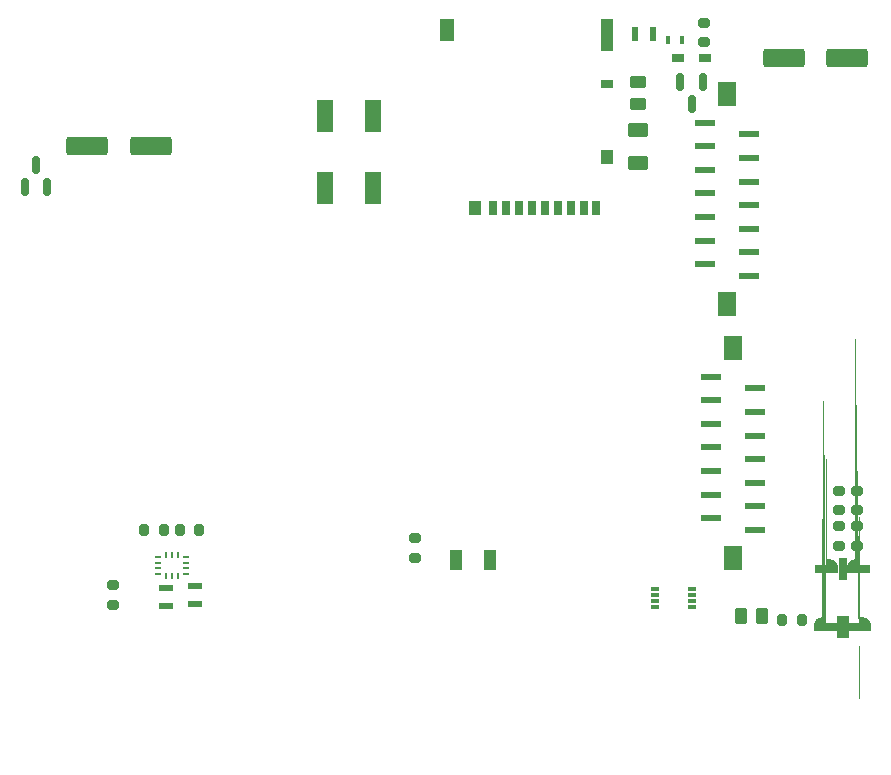
<source format=gbr>
%TF.GenerationSoftware,KiCad,Pcbnew,(6.0.10)*%
%TF.CreationDate,2023-02-15T00:38:02+01:00*%
%TF.ProjectId,Axe_lin_aire,4178655f-6c69-46ee-9961-6972652e6b69,rev?*%
%TF.SameCoordinates,Original*%
%TF.FileFunction,Paste,Top*%
%TF.FilePolarity,Positive*%
%FSLAX46Y46*%
G04 Gerber Fmt 4.6, Leading zero omitted, Abs format (unit mm)*
G04 Created by KiCad (PCBNEW (6.0.10)) date 2023-02-15 00:38:02*
%MOMM*%
%LPD*%
G01*
G04 APERTURE LIST*
G04 Aperture macros list*
%AMRoundRect*
0 Rectangle with rounded corners*
0 $1 Rounding radius*
0 $2 $3 $4 $5 $6 $7 $8 $9 X,Y pos of 4 corners*
0 Add a 4 corners polygon primitive as box body*
4,1,4,$2,$3,$4,$5,$6,$7,$8,$9,$2,$3,0*
0 Add four circle primitives for the rounded corners*
1,1,$1+$1,$2,$3*
1,1,$1+$1,$4,$5*
1,1,$1+$1,$6,$7*
1,1,$1+$1,$8,$9*
0 Add four rect primitives between the rounded corners*
20,1,$1+$1,$2,$3,$4,$5,0*
20,1,$1+$1,$4,$5,$6,$7,0*
20,1,$1+$1,$6,$7,$8,$9,0*
20,1,$1+$1,$8,$9,$2,$3,0*%
%AMFreePoly0*
4,1,53,-0.099833,0.852494,-0.099048,0.852106,-0.098232,0.851768,-0.098198,0.851685,-0.098118,0.851646,-0.097838,0.850816,-0.097500,0.850000,-0.097500,0.350000,0.950000,0.350000,0.950000,-0.350000,-0.946033,-0.350000,-0.948424,-0.351941,-0.948767,-0.352043,-0.949015,-0.352297,-0.949646,-0.352305,-0.950258,-0.352487,-0.950573,-0.352317,-0.950929,-0.352321,-0.951382,-0.351879,-0.951941,-0.351576,
-0.952043,-0.351233,-0.952298,-0.350984,-0.987367,-0.269161,-0.987370,-0.268922,-0.987508,-0.268726,-1.026602,-0.095087,-1.026556,-0.094819,-1.026663,-0.094568,-1.028802,0.083403,-1.028700,0.083657,-1.028753,0.083923,-0.993844,0.258450,-0.993693,0.258676,-0.993689,0.258949,-0.923255,0.422405,-0.923060,0.422595,-0.922999,0.422861,-0.820121,0.568100,-0.819891,0.568245,-0.819776,0.568493,
-0.688950,0.689169,-0.688695,0.689263,-0.688531,0.689482,-0.535473,0.780321,-0.535203,0.780360,-0.534998,0.780539,-0.366398,0.837571,-0.366126,0.837553,-0.365888,0.837686,-0.189116,0.858417,-0.188884,0.858351,-0.188657,0.858428,-0.099833,0.852494,-0.099833,0.852494,$1*%
%AMFreePoly1*
4,1,53,0.188884,0.858352,0.189115,0.858417,0.365888,0.837686,0.366126,0.837553,0.366398,0.837571,0.534998,0.780539,0.535203,0.780360,0.535473,0.780321,0.688531,0.689482,0.688694,0.689264,0.688950,0.689170,0.819776,0.568493,0.819891,0.568245,0.820121,0.568100,0.922999,0.422861,0.923060,0.422595,0.923255,0.422405,0.993689,0.258950,0.993693,0.258676,0.993844,0.258450,
1.028753,0.083923,1.028700,0.083657,1.028802,0.083403,1.026663,-0.094568,1.026556,-0.094819,1.026602,-0.095087,0.987508,-0.268725,0.987370,-0.268921,0.987367,-0.269161,0.952298,-0.350985,0.952043,-0.351234,0.951941,-0.351576,0.951384,-0.351877,0.950929,-0.352322,0.950571,-0.352318,0.950258,-0.352487,0.949650,-0.352306,0.949015,-0.352298,0.948766,-0.352043,0.948424,-0.351941,
0.946033,-0.350000,-0.950000,-0.350000,-0.950000,0.350000,0.097500,0.350000,0.097500,0.850000,0.097838,0.850816,0.098118,0.851646,0.098198,0.851685,0.098232,0.851768,0.099048,0.852106,0.099833,0.852494,0.188657,0.858428,0.188884,0.858352,0.188884,0.858352,$1*%
G04 Aperture macros list end*
%ADD10R,1.250000X0.500000*%
%ADD11R,0.800000X0.300000*%
%ADD12RoundRect,0.200000X-0.275000X0.200000X-0.275000X-0.200000X0.275000X-0.200000X0.275000X0.200000X0*%
%ADD13RoundRect,0.200000X-0.200000X-0.275000X0.200000X-0.275000X0.200000X0.275000X-0.200000X0.275000X0*%
%ADD14RoundRect,0.200000X0.275000X-0.200000X0.275000X0.200000X-0.275000X0.200000X-0.275000X-0.200000X0*%
%ADD15R,1.400000X2.750000*%
%ADD16R,1.600000X2.000000*%
%ADD17R,1.750000X0.500000*%
%ADD18R,0.475000X0.250000*%
%ADD19R,0.250000X0.475000*%
%ADD20RoundRect,0.250000X-0.262500X-0.450000X0.262500X-0.450000X0.262500X0.450000X-0.262500X0.450000X0*%
%ADD21RoundRect,0.250000X0.450000X-0.262500X0.450000X0.262500X-0.450000X0.262500X-0.450000X-0.262500X0*%
%ADD22FreePoly0,90.000000*%
%ADD23R,1.000000X1.900000*%
%ADD24FreePoly1,270.000000*%
%ADD25FreePoly1,90.000000*%
%ADD26R,0.700000X1.900000*%
%ADD27FreePoly0,270.000000*%
%ADD28RoundRect,0.250000X-0.625000X0.375000X-0.625000X-0.375000X0.625000X-0.375000X0.625000X0.375000X0*%
%ADD29R,0.700000X1.200000*%
%ADD30R,1.000000X0.800000*%
%ADD31R,1.300000X1.900000*%
%ADD32R,1.000000X1.200000*%
%ADD33R,1.000000X2.800000*%
%ADD34R,1.050000X1.700000*%
%ADD35R,0.400000X0.800000*%
%ADD36RoundRect,0.150000X0.150000X-0.587500X0.150000X0.587500X-0.150000X0.587500X-0.150000X-0.587500X0*%
%ADD37RoundRect,0.250000X-1.500000X-0.550000X1.500000X-0.550000X1.500000X0.550000X-1.500000X0.550000X0*%
%ADD38RoundRect,0.150000X-0.150000X0.587500X-0.150000X-0.587500X0.150000X-0.587500X0.150000X0.587500X0*%
%ADD39R,0.500000X1.250000*%
%ADD40R,1.000000X0.750000*%
G04 APERTURE END LIST*
D10*
%TO.C,C2*%
X116500000Y-105750000D03*
X116500000Y-107250000D03*
%TD*%
%TO.C,C1*%
X114000000Y-105900000D03*
X114000000Y-107400000D03*
%TD*%
D11*
%TO.C,U4*%
X155450000Y-106000000D03*
X155450000Y-106500000D03*
X155450000Y-107000000D03*
X155450000Y-107500000D03*
X158550000Y-107500000D03*
X158550000Y-107000000D03*
X158550000Y-106500000D03*
X158550000Y-106000000D03*
%TD*%
D12*
%TO.C,R11*%
X171000000Y-97675000D03*
X171000000Y-99325000D03*
%TD*%
D13*
%TO.C,R6*%
X112175000Y-101000000D03*
X113825000Y-101000000D03*
%TD*%
D14*
%TO.C,R2*%
X159562742Y-59712500D03*
X159562742Y-58062500D03*
%TD*%
D15*
%TO.C,SW1*%
X127500000Y-72025000D03*
X127500000Y-65975000D03*
X131500000Y-72025000D03*
X131500000Y-65975000D03*
%TD*%
D16*
%TO.C,J2*%
X162000000Y-85600000D03*
X162000000Y-103400000D03*
D17*
X163875000Y-101000000D03*
X160125000Y-100000000D03*
X163875000Y-99000000D03*
X160125000Y-98000000D03*
X163875000Y-97000000D03*
X160125000Y-96000000D03*
X163875000Y-95000000D03*
X160125000Y-94000000D03*
X163875000Y-93000000D03*
X160125000Y-92000000D03*
X163875000Y-91000000D03*
X160125000Y-90000000D03*
X163875000Y-89000000D03*
X160125000Y-88000000D03*
%TD*%
D18*
%TO.C,U2*%
X113337500Y-103250000D03*
X113337500Y-103750000D03*
X113337500Y-104250000D03*
X113337500Y-104750000D03*
D19*
X114000000Y-104912500D03*
X114500000Y-104912500D03*
X115000000Y-104912500D03*
D18*
X115662500Y-104750000D03*
X115662500Y-104250000D03*
X115662500Y-103750000D03*
X115662500Y-103250000D03*
D19*
X115000000Y-103087500D03*
X114500000Y-103087500D03*
X114000000Y-103087500D03*
%TD*%
D20*
%TO.C,R12*%
X162675000Y-108250000D03*
X164500000Y-108250000D03*
%TD*%
D14*
%TO.C,R5*%
X171000000Y-102325000D03*
X171000000Y-100675000D03*
%TD*%
D21*
%TO.C,R9*%
X154000000Y-64912500D03*
X154000000Y-63087500D03*
%TD*%
D22*
%TO.C,U3*%
X169900000Y-109200000D03*
D23*
X171300000Y-109200000D03*
D24*
X172700000Y-109200000D03*
D25*
X169900000Y-104300000D03*
D26*
X171300000Y-104300000D03*
D27*
X172700000Y-104300000D03*
%TD*%
D28*
%TO.C,D3*%
X154000000Y-67100000D03*
X154000000Y-69900000D03*
%TD*%
D29*
%TO.C,J3*%
X141725000Y-73725000D03*
X142825000Y-73725000D03*
X143925000Y-73725000D03*
X145025000Y-73725000D03*
X146125000Y-73725000D03*
X147225000Y-73725000D03*
X148325000Y-73725000D03*
X149425000Y-73725000D03*
X150375000Y-73725000D03*
D30*
X151325000Y-63225000D03*
D31*
X137825000Y-58625000D03*
D32*
X140175000Y-73725000D03*
D33*
X151325000Y-59075000D03*
D32*
X151325000Y-69425000D03*
%TD*%
D14*
%TO.C,R10*%
X172500000Y-99325000D03*
X172500000Y-97675000D03*
%TD*%
D34*
%TO.C,D2*%
X141455000Y-103500000D03*
X138545000Y-103500000D03*
%TD*%
D13*
%TO.C,R3*%
X166175000Y-108587500D03*
X167825000Y-108587500D03*
%TD*%
D14*
%TO.C,R1*%
X109500000Y-107325000D03*
X109500000Y-105675000D03*
%TD*%
%TO.C,R4*%
X172500000Y-102325000D03*
X172500000Y-100675000D03*
%TD*%
D35*
%TO.C,FB1*%
X156500000Y-59500000D03*
X157700000Y-59500000D03*
%TD*%
D14*
%TO.C,R8*%
X135065000Y-103325000D03*
X135065000Y-101675000D03*
%TD*%
D36*
%TO.C,Q1*%
X102050000Y-71937500D03*
X103950000Y-71937500D03*
X103000000Y-70062500D03*
%TD*%
D37*
%TO.C,C4*%
X166300000Y-61000000D03*
X171700000Y-61000000D03*
%TD*%
D38*
%TO.C,Q2*%
X159450000Y-63062500D03*
X157550000Y-63062500D03*
X158500000Y-64937500D03*
%TD*%
D16*
%TO.C,J1*%
X161500000Y-64100000D03*
X161500000Y-81900000D03*
D17*
X163375000Y-79500000D03*
X159625000Y-78500000D03*
X163375000Y-77500000D03*
X159625000Y-76500000D03*
X163375000Y-75500000D03*
X159625000Y-74500000D03*
X163375000Y-73500000D03*
X159625000Y-72500000D03*
X163375000Y-71500000D03*
X159625000Y-70500000D03*
X163375000Y-69500000D03*
X159625000Y-68500000D03*
X163375000Y-67500000D03*
X159625000Y-66500000D03*
%TD*%
D39*
%TO.C,C5*%
X153750000Y-59000000D03*
X155250000Y-59000000D03*
%TD*%
D13*
%TO.C,R7*%
X115175000Y-101000000D03*
X116825000Y-101000000D03*
%TD*%
D40*
%TO.C,D1*%
X157325000Y-61000000D03*
X159675000Y-61000000D03*
%TD*%
D37*
%TO.C,C3*%
X107300000Y-68500000D03*
X112700000Y-68500000D03*
%TD*%
M02*

</source>
